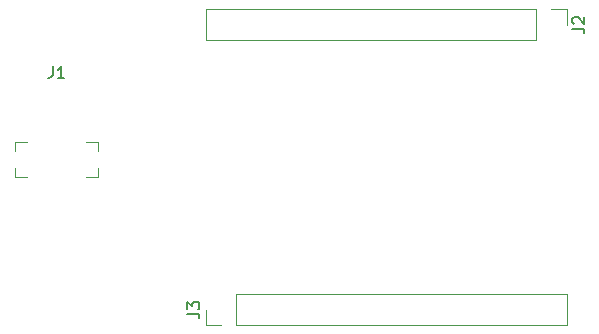
<source format=gbr>
G04 #@! TF.GenerationSoftware,KiCad,Pcbnew,(5.1.2)-2*
G04 #@! TF.CreationDate,2019-09-03T11:35:37+08:00*
G04 #@! TF.ProjectId,adapter,61646170-7465-4722-9e6b-696361645f70,rev?*
G04 #@! TF.SameCoordinates,Original*
G04 #@! TF.FileFunction,Legend,Top*
G04 #@! TF.FilePolarity,Positive*
%FSLAX46Y46*%
G04 Gerber Fmt 4.6, Leading zero omitted, Abs format (unit mm)*
G04 Created by KiCad (PCBNEW (5.1.2)-2) date 2019-09-03 11:35:37*
%MOMM*%
%LPD*%
G04 APERTURE LIST*
%ADD10C,0.120000*%
%ADD11C,0.150000*%
G04 APERTURE END LIST*
D10*
X77770000Y-101820000D02*
X78780000Y-101820000D01*
X77770000Y-98840000D02*
X77770000Y-99580000D01*
X84790000Y-101820000D02*
X84790000Y-101080000D01*
X77770000Y-98840000D02*
X78780000Y-98840000D01*
X77770000Y-101820000D02*
X77770000Y-101080000D01*
X84790000Y-98840000D02*
X84790000Y-99580000D01*
X84790000Y-98840000D02*
X83780000Y-98840000D01*
X84790000Y-101820000D02*
X83780000Y-101820000D01*
X93920000Y-87570000D02*
X93920000Y-90230000D01*
X121920000Y-87570000D02*
X93920000Y-87570000D01*
X121920000Y-90230000D02*
X93920000Y-90230000D01*
X121920000Y-87570000D02*
X121920000Y-90230000D01*
X123190000Y-87570000D02*
X124520000Y-87570000D01*
X124520000Y-87570000D02*
X124520000Y-88900000D01*
X93920000Y-114360000D02*
X93920000Y-113030000D01*
X95250000Y-114360000D02*
X93920000Y-114360000D01*
X96520000Y-114360000D02*
X96520000Y-111700000D01*
X96520000Y-111700000D02*
X124520000Y-111700000D01*
X96520000Y-114360000D02*
X124520000Y-114360000D01*
X124520000Y-114360000D02*
X124520000Y-111700000D01*
D11*
X80946666Y-92422380D02*
X80946666Y-93136666D01*
X80899047Y-93279523D01*
X80803809Y-93374761D01*
X80660952Y-93422380D01*
X80565714Y-93422380D01*
X81946666Y-93422380D02*
X81375238Y-93422380D01*
X81660952Y-93422380D02*
X81660952Y-92422380D01*
X81565714Y-92565238D01*
X81470476Y-92660476D01*
X81375238Y-92708095D01*
X124972380Y-89233333D02*
X125686666Y-89233333D01*
X125829523Y-89280952D01*
X125924761Y-89376190D01*
X125972380Y-89519047D01*
X125972380Y-89614285D01*
X125067619Y-88804761D02*
X125020000Y-88757142D01*
X124972380Y-88661904D01*
X124972380Y-88423809D01*
X125020000Y-88328571D01*
X125067619Y-88280952D01*
X125162857Y-88233333D01*
X125258095Y-88233333D01*
X125400952Y-88280952D01*
X125972380Y-88852380D01*
X125972380Y-88233333D01*
X92372380Y-113363333D02*
X93086666Y-113363333D01*
X93229523Y-113410952D01*
X93324761Y-113506190D01*
X93372380Y-113649047D01*
X93372380Y-113744285D01*
X92372380Y-112982380D02*
X92372380Y-112363333D01*
X92753333Y-112696666D01*
X92753333Y-112553809D01*
X92800952Y-112458571D01*
X92848571Y-112410952D01*
X92943809Y-112363333D01*
X93181904Y-112363333D01*
X93277142Y-112410952D01*
X93324761Y-112458571D01*
X93372380Y-112553809D01*
X93372380Y-112839523D01*
X93324761Y-112934761D01*
X93277142Y-112982380D01*
M02*

</source>
